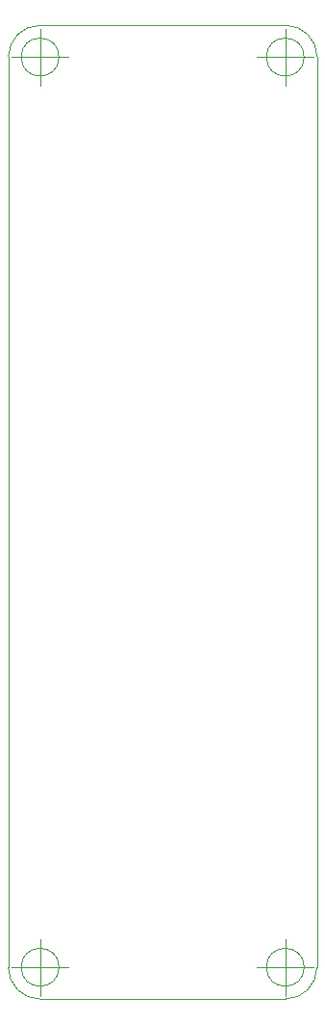
<source format=gbr>
%TF.GenerationSoftware,KiCad,Pcbnew,6.0.11-2627ca5db0~126~ubuntu20.04.1*%
%TF.CreationDate,2023-11-11T11:24:04-05:00*%
%TF.ProjectId,carrier-board,63617272-6965-4722-9d62-6f6172642e6b,rev?*%
%TF.SameCoordinates,Original*%
%TF.FileFunction,Profile,NP*%
%FSLAX46Y46*%
G04 Gerber Fmt 4.6, Leading zero omitted, Abs format (unit mm)*
G04 Created by KiCad (PCBNEW 6.0.11-2627ca5db0~126~ubuntu20.04.1) date 2023-11-11 11:24:04*
%MOMM*%
%LPD*%
G01*
G04 APERTURE LIST*
%TA.AperFunction,Profile*%
%ADD10C,0.100000*%
%TD*%
G04 APERTURE END LIST*
D10*
X134620000Y-61985983D02*
X156210000Y-61976000D01*
X134620000Y-61985983D02*
G75*
G03*
X131826001Y-64770000I0J-2794017D01*
G01*
X159013978Y-64768961D02*
G75*
G03*
X156210000Y-61976000I-2803978J-11039D01*
G01*
X156210000Y-147574000D02*
X134620000Y-147574000D01*
X156210000Y-147574000D02*
G75*
G03*
X159004000Y-144780000I0J2794000D01*
G01*
X131826000Y-144780000D02*
X131826001Y-64770000D01*
X131826000Y-144780000D02*
G75*
G03*
X134620000Y-147574000I2794000J0D01*
G01*
X159013978Y-64768961D02*
X159004000Y-144780000D01*
X136286666Y-64780000D02*
G75*
G03*
X136286666Y-64780000I-1666666J0D01*
G01*
X132120000Y-64780000D02*
X137120000Y-64780000D01*
X134620000Y-62280000D02*
X134620000Y-67280000D01*
X157876666Y-144780000D02*
G75*
G03*
X157876666Y-144780000I-1666666J0D01*
G01*
X153710000Y-144780000D02*
X158710000Y-144780000D01*
X156210000Y-142280000D02*
X156210000Y-147280000D01*
X136286666Y-144780000D02*
G75*
G03*
X136286666Y-144780000I-1666666J0D01*
G01*
X132120000Y-144780000D02*
X137120000Y-144780000D01*
X134620000Y-142280000D02*
X134620000Y-147280000D01*
X157876666Y-64780000D02*
G75*
G03*
X157876666Y-64780000I-1666666J0D01*
G01*
X153710000Y-64780000D02*
X158710000Y-64780000D01*
X156210000Y-62280000D02*
X156210000Y-67280000D01*
M02*

</source>
